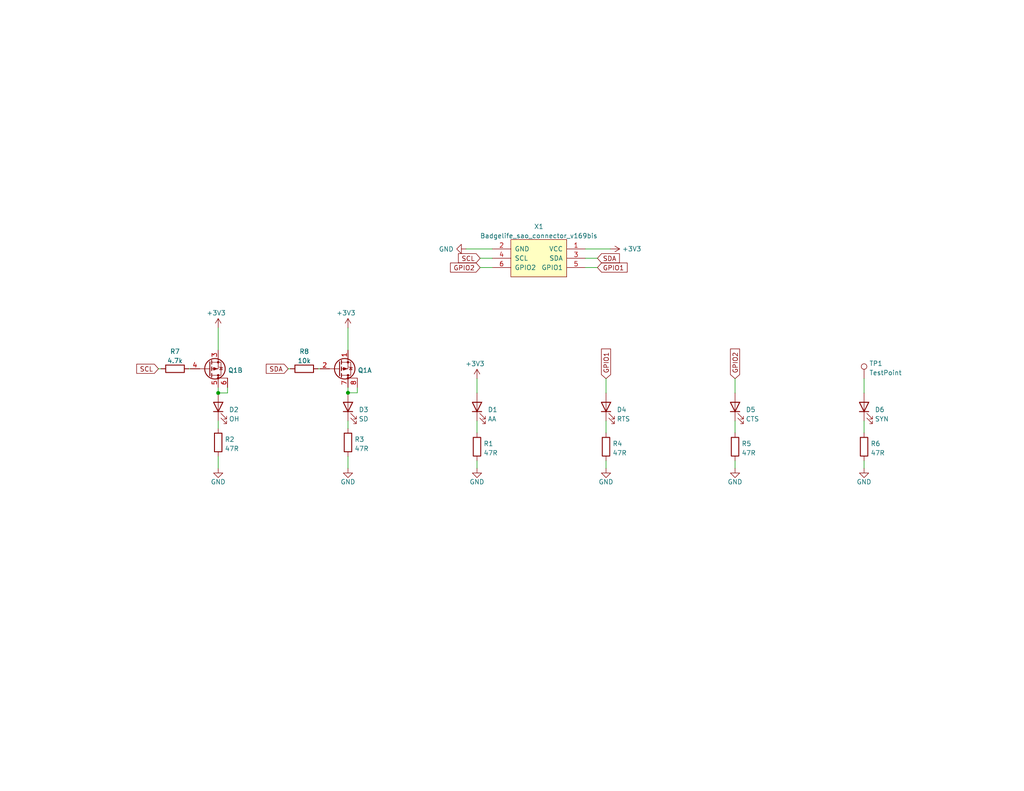
<source format=kicad_sch>
(kicad_sch (version 20211123) (generator eeschema)
  (paper "USLetter")
  (title_block (title "SAO Modem v1.69bis") (date "2022-08-09") (rev "1.0") (company "hamster") (comment 1 "github.com/hamster/defcon30"))
  (lib_symbols
    (symbol "Connector:TestPoint" (pin_numbers hide) (pin_names (offset 0.762) hide)
      (property "Reference" "TP" (at 0 6.858 0))
      (property "Value" "TestPoint" (at 0 5.08 0))
      (symbol "TestPoint_0_1"
        (circle (center 0 3.302) (radius 0.762))
      )
      (symbol "TestPoint_1_1"
        (pin passive line (at 0 0 90) (length 2.54) (name "1") (number "1"))
      )
    )
    (symbol "Device:LED" (pin_numbers hide) (pin_names (offset 1.016) hide)
      (property "Reference" "D" (at 0 2.54 0))
      (property "Value" "LED" (at 0 -2.54 0))
      (symbol "LED_0_1"
        (polyline (pts (xy -1.27 -1.27) (xy -1.27 1.27)) (stroke (width 0.254)))
        (polyline (pts (xy -1.27 0) (xy 1.27 0)))
        (polyline (pts (xy 1.27 -1.27) (xy 1.27 1.27) (xy -1.27 0) (xy 1.27 -1.27)) (stroke (width 0.254)))
        (polyline (pts (xy -3.048 -0.762) (xy -4.572 -2.286) (xy -3.81 -2.286) (xy -4.572 -2.286) (xy -4.572 -1.524)))
        (polyline (pts (xy -1.778 -0.762) (xy -3.302 -2.286) (xy -2.54 -2.286) (xy -3.302 -2.286) (xy -3.302 -1.524)))
      )
      (symbol "LED_1_1"
        (pin passive line (at -3.81 0 0) (length 2.54) (name "K") (number "1"))
        (pin passive line (at 3.81 0 180) (length 2.54) (name "A") (number "2"))
      )
    )
    (symbol "Device:Q_Dual_PMOS_S1G1S2G2D2D2D1D1" (pin_names (offset 0) hide)
      (property "Reference" "Q" (at 6.35 1.27 0))
      (property "Value" "Q_Dual_PMOS_S1G1S2G2D2D2D1D1" (at 21.59 -1.27 0))
      (symbol "Q_Dual_PMOS_S1G1S2G2D2D2D1D1_0_1"
        (polyline (pts (xy 0.254 0) (xy -2.54 0)))
        (polyline (pts (xy 0.254 1.905) (xy 0.254 -1.905)) (stroke (width 0.254)))
        (polyline (pts (xy 0.762 -1.27) (xy 0.762 -2.286)) (stroke (width 0.254)))
        (polyline (pts (xy 0.762 0.508) (xy 0.762 -0.508)) (stroke (width 0.254)))
        (polyline (pts (xy 0.762 2.286) (xy 0.762 1.27)) (stroke (width 0.254)))
        (polyline (pts (xy 2.54 2.54) (xy 2.54 1.778)))
        (polyline (pts (xy 2.54 -2.54) (xy 2.54 0) (xy 0.762 0)))
        (polyline (pts (xy 0.762 1.778) (xy 3.302 1.778) (xy 3.302 -1.778) (xy 0.762 -1.778)))
        (polyline (pts (xy 2.286 0) (xy 1.27 0.381) (xy 1.27 -0.381) (xy 2.286 0)) (fill (type outline)))
        (polyline (pts (xy 2.794 -0.508) (xy 2.921 -0.381) (xy 3.683 -0.381) (xy 3.81 -0.254)))
        (polyline (pts (xy 3.302 -0.381) (xy 2.921 0.254) (xy 3.683 0.254) (xy 3.302 -0.381)))
        (circle (center 1.651 0) (radius 2.794) (stroke (width 0.254)))
        (circle (center 2.54 -1.778) (radius 0.254) (fill (type outline)))
        (circle (center 2.54 1.778) (radius 0.254) (fill (type outline)))
        (circle (center 2.54 2.54) (radius 0.254) (fill (type outline)))
        (rectangle (start 5.08 2.54) (end 2.54 2.54))
      )
      (symbol "Q_Dual_PMOS_S1G1S2G2D2D2D1D1_1_1"
        (pin passive line (at 2.54 -5.08 90) (length 2.54) (name "S") (number "1"))
        (pin input line (at -5.08 0 0) (length 2.54) (name "G") (number "2"))
        (pin passive line (at 2.54 5.08 270) (length 2.54) (name "D") (number "7"))
        (pin passive line (at 5.08 5.08 270) (length 2.54) (name "G") (number "8"))
      )
      (symbol "Q_Dual_PMOS_S1G1S2G2D2D2D1D1_2_1"
        (pin passive line (at 2.54 -5.08 90) (length 2.54) (name "S") (number "3"))
        (pin input line (at -5.08 0 0) (length 2.54) (name "G") (number "4"))
        (pin passive line (at 2.54 5.08 270) (length 2.54) (name "D") (number "5"))
        (pin passive line (at 5.08 5.08 270) (length 2.54) (name "G") (number "6"))
      )
    )
    (symbol "Device:R" (pin_numbers hide) (pin_names (offset 0))
      (property "Reference" "R" (at 2.032 0 90))
      (property "Value" "R" (at 0 0 90))
      (symbol "R_0_1"
        (rectangle (start -1.016 -2.54) (end 1.016 2.54) (stroke (width 0.254)))
      )
      (symbol "R_1_1"
        (pin passive line (at 0 3.81 270) (length 1.27) (name "~") (number "1"))
        (pin passive line (at 0 -3.81 90) (length 1.27) (name "~") (number "2"))
      )
    )
    (symbol "LED_1" (pin_numbers hide) (pin_names (offset 1.016) hide)
      (property "Reference" "D" (at 0 2.54 0))
      (property "Value" "LED_1" (at 0 -2.54 0))
      (symbol "LED_1_0_1"
        (polyline (pts (xy -1.27 -1.27) (xy -1.27 1.27)) (stroke (width 0.254)))
        (polyline (pts (xy -1.27 0) (xy 1.27 0)))
        (polyline (pts (xy 1.27 -1.27) (xy 1.27 1.27) (xy -1.27 0) (xy 1.27 -1.27)) (stroke (width 0.254)))
        (polyline (pts (xy -3.048 -0.762) (xy -4.572 -2.286) (xy -3.81 -2.286) (xy -4.572 -2.286) (xy -4.572 -1.524)))
        (polyline (pts (xy -1.778 -0.762) (xy -3.302 -2.286) (xy -2.54 -2.286) (xy -3.302 -2.286) (xy -3.302 -1.524)))
      )
      (symbol "LED_1_1_1"
        (pin passive line (at -3.81 0 0) (length 2.54) (name "K") (number "1"))
        (pin passive line (at 3.81 0 180) (length 2.54) (name "A") (number "2"))
      )
    )
    (symbol "badgelife_shitty_addon_v169bis:Badgelife_sao_connector_v169bis" (pin_names (offset 1.016))
      (property "Reference" "X" (at -7.112 8.382 0))
      (property "Value" "Badgelife_sao_connector_v169bis" (at 0 6.35 0))
      (symbol "Badgelife_sao_connector_v169bis_0_1"
        (rectangle (start 7.62 5.08) (end -7.62 -5.08) (fill (type background)))
      )
      (symbol "Badgelife_sao_connector_v169bis_1_1"
        (pin input line (at 12.7 2.54 180) (length 5.08) (name "VCC") (number "1"))
        (pin input line (at -12.7 2.54 0) (length 5.08) (name "GND") (number "2"))
        (pin input line (at 12.7 0 180) (length 5.08) (name "SDA") (number "3"))
        (pin input line (at -12.7 0 0) (length 5.08) (name "SCL") (number "4"))
        (pin input line (at 12.7 -2.54 180) (length 5.08) (name "GPIO1") (number "5"))
        (pin input line (at -12.7 -2.54 0) (length 5.08) (name "GPIO2") (number "6"))
      )
    )
    (symbol "power:+3.3V" (power) (pin_names (offset 0))
      (property "Value" "+3.3V" (at 0 3.556 0))
      (symbol "+3.3V_0_1"
        (polyline (pts (xy -0.762 1.27) (xy 0 2.54)))
        (polyline (pts (xy 0 0) (xy 0 2.54)))
        (polyline (pts (xy 0 2.54) (xy 0.762 1.27)))
      )
      (symbol "+3.3V_1_1"
        (pin power_in line (at 0 0 90) (length 0) hide (name "+3V3") (number "1"))
      )
    )
    (symbol "power:GND" (power) (pin_names (offset 0))
      (property "Value" "GND" (at 0 -3.81 0))
      (symbol "GND_0_1"
        (polyline (pts (xy 0 0) (xy 0 -1.27) (xy 1.27 -1.27) (xy 0 -2.54) (xy -1.27 -1.27) (xy 0 -1.27)))
      )
      (symbol "GND_1_1"
        (pin power_in line (at 0 0 270) (length 0) hide (name "GND") (number "1"))
      )
    )
  )
  (junction (at 94.9452 107.2388))
  (junction (at 59.5376 107.2896))
  (wire (pts (xy 97.4852 107.2388) (xy 94.9452 107.2388)))
  (wire (pts (xy 59.5376 114.9096) (xy 59.5376 116.9924)))
  (wire (pts (xy 94.9452 89.5096) (xy 94.9452 95.6056)))
  (wire (pts (xy 86.8172 100.6856) (xy 87.3252 100.6856)))
  (wire (pts (xy 59.5376 124.6124) (xy 59.5376 127.8636)))
  (wire (pts (xy 94.9452 105.7656) (xy 94.9452 107.2388)))
  (wire (pts (xy 159.7152 70.5104) (xy 163.0172 70.5104)))
  (wire (pts (xy 165.354 114.9096) (xy 165.354 118.1608)))
  (wire (pts (xy 130.1496 103.378) (xy 130.1496 107.2896)))
  (wire (pts (xy 97.4852 105.7656) (xy 97.4852 107.2388)))
  (wire (pts (xy 51.562 100.6856) (xy 51.9176 100.6856)))
  (wire (pts (xy 235.7628 114.9096) (xy 235.7628 118.1608)))
  (wire (pts (xy 235.7628 103.378) (xy 235.7628 107.2896)))
  (wire (pts (xy 94.9452 114.9096) (xy 94.9452 116.9924)))
  (wire (pts (xy 200.5584 103.378) (xy 200.5584 107.2896)))
  (wire (pts (xy 134.3152 70.5104) (xy 131.0132 70.5104)))
  (wire (pts (xy 59.5376 105.7656) (xy 59.5376 107.2896)))
  (wire (pts (xy 78.6384 100.6856) (xy 79.1972 100.6856)))
  (wire (pts (xy 130.1496 114.9096) (xy 130.1496 118.1608)))
  (wire (pts (xy 165.354 125.7808) (xy 165.354 127.8636)))
  (wire (pts (xy 94.9452 107.2388) (xy 94.9452 107.2896)))
  (wire (pts (xy 59.5376 89.5096) (xy 59.5376 95.6056)))
  (wire (pts (xy 165.354 103.378) (xy 165.354 107.2896)))
  (wire (pts (xy 130.1496 125.7808) (xy 130.1496 127.8636)))
  (wire (pts (xy 200.5584 125.7808) (xy 200.5584 127.8636)))
  (wire (pts (xy 62.0776 105.7656) (xy 62.0776 107.2896)))
  (wire (pts (xy 235.7628 125.7808) (xy 235.7628 127.8636)))
  (wire (pts (xy 43.2308 100.6856) (xy 43.942 100.6856)))
  (wire (pts (xy 159.7152 73.0504) (xy 163.0172 73.0504)))
  (wire (pts (xy 200.5584 114.9096) (xy 200.5584 118.1608)))
  (wire (pts (xy 94.9452 124.6124) (xy 94.9452 127.8636)))
  (wire (pts (xy 134.3152 73.0504) (xy 131.0132 73.0504)))
  (wire (pts (xy 62.0776 107.2896) (xy 59.5376 107.2896)))
  (wire (pts (xy 127.1524 67.9704) (xy 134.3152 67.9704)))
  (wire (pts (xy 159.7152 67.9704) (xy 166.5224 67.9704)))
  (global_label "GPIO2" (shape input) (at 200.5584 103.378 90) (property "Intersheet References" "${INTERSHEET_REFS}" (effects hide)))
  (global_label "GPIO1" (shape input) (at 165.354 103.378 90) (property "Intersheet References" "${INTERSHEET_REFS}" (effects hide)))
  (global_label "GPIO2" (shape input) (at 131.0132 73.0504 180) (property "Intersheet References" "${INTERSHEET_REFS}" (effects hide)))
  (global_label "SCL" (shape input) (at 43.2308 100.6856 180) (property "Intersheet References" "${INTERSHEET_REFS}" (effects hide)))
  (global_label "GPIO1" (shape input) (at 163.0172 73.0504 0) (property "Intersheet References" "${INTERSHEET_REFS}" (effects hide)))
  (global_label "SDA" (shape input) (at 163.0172 70.5104 0) (property "Intersheet References" "${INTERSHEET_REFS}" (effects hide)))
  (global_label "SCL" (shape input) (at 131.0132 70.5104 180) (property "Intersheet References" "${INTERSHEET_REFS}" (effects hide)))
  (global_label "SDA" (shape input) (at 78.6384 100.6856 180) (property "Intersheet References" "${INTERSHEET_REFS}" (effects hide)))
  (symbol (lib_id "power:+3.3V") (at 130.1496 103.378 0) (unit 1)
    (property "Reference" "#PWR06" (effects hide))
    (property "Value" "+3.3V" (at 126.9492 99.314 0) (effects (justify left)))
  )
  (symbol (lib_id "badgelife_shitty_addon_v169bis:Badgelife_sao_connector_v169bis") (at 147.0152 70.5104 0) (unit 1)
    (property "Reference" "X1" (at 147.0152 61.8576 0))
    (property "Value" "Badgelife_sao_connector_v169bis" (at 147.0152 64.3945 0))
    (property "Footprint" "lib_fp:Badgelife-Shitty-v1.69bis" (effects hide))
  )
  (symbol (lib_id "Device:LED") (at 235.7628 111.0996 90) (unit 1)
    (property "Reference" "D6" (at 238.6838 111.8524 90) (effects (justify right)))
    (property "Value" "SYN" (at 238.6838 114.3893 90) (effects (justify right)))
    (property "Footprint" "LED_SMD:LED_0805_2012Metric" (effects hide))
  )
  (symbol (lib_id "power:+3.3V") (at 59.5376 89.5096 0) (unit 1)
    (property "Reference" "#PWR01" (effects hide))
    (property "Value" "+3.3V" (at 56.3372 85.4456 0) (effects (justify left)))
  )
  (symbol (lib_id "power:GND") (at 127.1524 67.9704 270) (unit 1)
    (property "Reference" "#PWR05" (effects hide))
    (property "Value" "GND" (at 123.7996 68.0212 90) (effects (justify right)))
  )
  (symbol (lib_id "Device:LED") (at 130.1496 111.0996 90) (unit 1)
    (property "Reference" "D1" (at 133.0706 111.8524 90) (effects (justify right)))
    (property "Value" "AA" (at 133.0706 114.3893 90) (effects (justify right)))
    (property "Footprint" "LED_SMD:LED_0805_2012Metric" (effects hide))
  )
  (symbol (lib_id "Device:R") (at 47.752 100.6856 90) (unit 1)
    (property "Reference" "R7" (at 47.752 95.9698 90))
    (property "Value" "4.7k" (at 47.752 98.5067 90))
    (property "Footprint" "Resistor_SMD:R_0603_1608Metric" (effects hide))
  )
  (symbol (lib_id "Device:R") (at 59.5376 120.8024 0) (unit 1)
    (property "Reference" "R2" (at 61.3156 119.9677 0) (effects (justify left)))
    (property "Value" "47R" (at 61.3156 122.5046 0) (effects (justify left)))
    (property "Footprint" "Resistor_SMD:R_0603_1608Metric" (effects hide))
  )
  (symbol (lib_id "power:GND") (at 165.354 127.8636 0) (unit 1)
    (property "Reference" "#PWR08" (effects hide))
    (property "Value" "GND" (at 167.386 131.572 0) (effects (justify right)))
  )
  (symbol (lib_id "power:+3.3V") (at 94.9452 89.5096 0) (unit 1)
    (property "Reference" "#PWR03" (effects hide))
    (property "Value" "+3.3V" (at 91.7448 85.4456 0) (effects (justify left)))
  )
  (symbol (lib_id "power:+3.3V") (at 166.5224 67.9704 270) (unit 1)
    (property "Reference" "#PWR09" (effects hide))
    (property "Value" "+3.3V" (at 169.7228 67.9704 90) (effects (justify left)))
  )
  (symbol (lib_id "Device:LED") (at 59.5376 111.0996 90) (unit 1)
    (property "Reference" "D2" (at 62.4586 111.8524 90) (effects (justify right)))
    (property "Value" "OH" (at 62.4586 114.3893 90) (effects (justify right)))
    (property "Footprint" "LED_SMD:LED_0805_2012Metric" (effects hide))
  )
  (symbol (lib_id "Device:LED") (at 200.5584 111.0996 90) (unit 1)
    (property "Reference" "D5" (at 203.4794 111.8524 90) (effects (justify right)))
    (property "Value" "CTS" (at 203.4794 114.3893 90) (effects (justify right)))
    (property "Footprint" "LED_SMD:LED_0805_2012Metric" (effects hide))
  )
  (symbol (lib_id "power:GND") (at 94.9452 127.8636 0) (unit 1)
    (property "Reference" "#PWR04" (effects hide))
    (property "Value" "GND" (at 96.9772 131.572 0) (effects (justify right)))
  )
  (symbol (lib_id "power:GND") (at 235.7628 127.8636 0) (unit 1)
    (property "Reference" "#PWR011" (effects hide))
    (property "Value" "GND" (at 237.7948 131.572 0) (effects (justify right)))
  )
  (symbol (lib_id "power:GND") (at 130.1496 127.8636 0) (unit 1)
    (property "Reference" "#PWR07" (effects hide))
    (property "Value" "GND" (at 132.1816 131.572 0) (effects (justify right)))
  )
  (symbol (lib_id "Device:R") (at 83.0072 100.6856 90) (unit 1)
    (property "Reference" "R8" (at 83.0072 95.9698 90))
    (property "Value" "10k" (at 83.0072 98.5067 90))
    (property "Footprint" "Resistor_SMD:R_0603_1608Metric" (effects hide))
  )
  (symbol (lib_id "Device:R") (at 235.7628 121.9708 0) (unit 1)
    (property "Reference" "R6" (at 237.5408 121.1361 0) (effects (justify left)))
    (property "Value" "47R" (at 237.5408 123.673 0) (effects (justify left)))
    (property "Footprint" "Resistor_SMD:R_0603_1608Metric" (effects hide))
  )
  (symbol (lib_id "power:GND") (at 59.5376 127.8636 0) (unit 1)
    (property "Reference" "#PWR02" (effects hide))
    (property "Value" "GND" (at 61.5696 131.572 0) (effects (justify right)))
  )
  (symbol (lib_id "power:GND") (at 200.5584 127.8636 0) (unit 1)
    (property "Reference" "#PWR010" (effects hide))
    (property "Value" "GND" (at 202.5904 131.572 0) (effects (justify right)))
  )
  (symbol (lib_id "Device:R") (at 165.354 121.9708 0) (unit 1)
    (property "Reference" "R4" (at 167.132 121.1361 0) (effects (justify left)))
    (property "Value" "47R" (at 167.132 123.673 0) (effects (justify left)))
    (property "Footprint" "Resistor_SMD:R_0603_1608Metric" (effects hide))
  )
  (symbol (lib_id "Device:R") (at 94.9452 120.8024 0) (unit 1)
    (property "Reference" "R3" (at 96.7232 119.9677 0) (effects (justify left)))
    (property "Value" "47R" (at 96.7232 122.5046 0) (effects (justify left)))
    (property "Footprint" "Resistor_SMD:R_0603_1608Metric" (effects hide))
  )
  (symbol (lib_id "Device:R") (at 130.1496 121.9708 0) (unit 1)
    (property "Reference" "R1" (at 131.9276 121.1361 0) (effects (justify left)))
    (property "Value" "47R" (at 131.9276 123.673 0) (effects (justify left)))
    (property "Footprint" "Resistor_SMD:R_0603_1608Metric" (effects hide))
  )
  (symbol (lib_id "Device:Q_Dual_PMOS_S1G1S2G2D2D2D1D1") (at 92.4052 100.6856 0) (mirror x) (unit 1)
    (property "Reference" "Q1" (at 97.6122 101.1194 0) (effects (justify left)))
    (property "Value" "Q_Dual_PMOS_S1G1D2S2G2D1" (effects hide))
    (property "Footprint" "Package_SO:SOIC-8_3.9x4.9mm_P1.27mm" (effects hide))
  )
  (symbol (lib_id "Device:Q_Dual_PMOS_S1G1S2G2D2D2D1D1") (at 56.9976 100.6856 0) (mirror x) (unit 2)
    (property "Reference" "Q1" (at 62.2046 101.1194 0) (effects (justify left)))
    (property "Value" "Q_Dual_PMOS_S1G1D2S2G2D1" (effects hide))
    (property "Footprint" "Package_SO:SOIC-8_3.9x4.9mm_P1.27mm" (effects hide))
  )
  (symbol (lib_id "Device:LED") (at 165.354 111.0996 90) (unit 1)
    (property "Reference" "D4" (at 168.275 111.8524 90) (effects (justify right)))
    (property "Value" "RTS" (at 168.275 114.3893 90) (effects (justify right)))
    (property "Footprint" "LED_SMD:LED_0805_2012Metric" (effects hide))
  )
  (symbol (lib_id "Device:R") (at 200.5584 121.9708 0) (unit 1)
    (property "Reference" "R5" (at 202.3364 121.1361 0) (effects (justify left)))
    (property "Value" "47R" (at 202.3364 123.673 0) (effects (justify left)))
    (property "Footprint" "Resistor_SMD:R_0603_1608Metric" (effects hide))
  )
  (symbol (lib_name "LED_1") (lib_id "Device:LED") (at 94.9452 111.0996 90) (unit 1)
    (property "Reference" "D3" (at 97.8662 111.8524 90) (effects (justify right)))
    (property "Value" "SD" (at 97.8662 114.3893 90) (effects (justify right)))
    (property "Footprint" "LED_SMD:LED_0805_2012Metric" (effects hide))
  )
  (symbol (lib_id "Connector:TestPoint") (at 235.7628 103.378 0) (unit 1)
    (property "Reference" "TP1" (at 237.1598 99.2413 0) (effects (justify left)))
    (property "Value" "TestPoint" (at 237.1598 101.7782 0) (effects (justify left)))
    (property "Footprint" "TestPoint:TestPoint_Pad_D2.0mm" (effects hide))
  )
)
</source>
